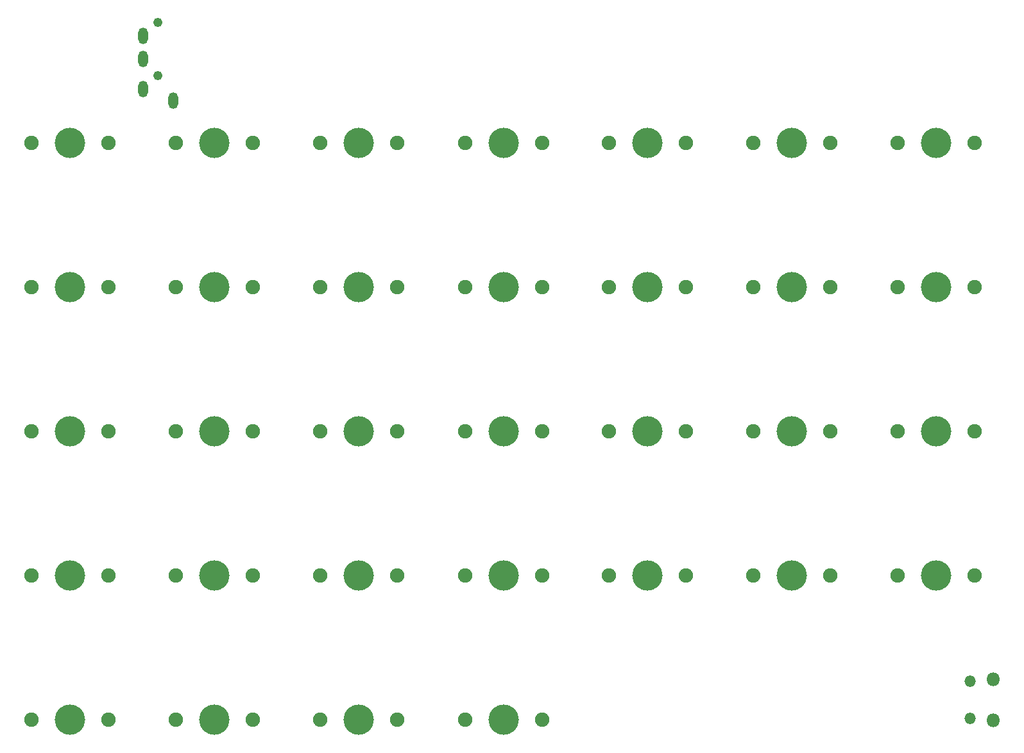
<source format=gbr>
%TF.GenerationSoftware,KiCad,Pcbnew,(7.0.0-0)*%
%TF.CreationDate,2023-03-19T23:49:49+09:00*%
%TF.ProjectId,11111_pcb,31313131-315f-4706-9362-2e6b69636164,rev?*%
%TF.SameCoordinates,Original*%
%TF.FileFunction,Soldermask,Top*%
%TF.FilePolarity,Negative*%
%FSLAX46Y46*%
G04 Gerber Fmt 4.6, Leading zero omitted, Abs format (unit mm)*
G04 Created by KiCad (PCBNEW (7.0.0-0)) date 2023-03-19 23:49:49*
%MOMM*%
%LPD*%
G01*
G04 APERTURE LIST*
%ADD10C,1.900000*%
%ADD11C,4.000000*%
%ADD12C,1.210000*%
%ADD13O,1.300000X2.200000*%
%ADD14O,1.800000X1.800000*%
%ADD15O,1.500000X1.500000*%
G04 APERTURE END LIST*
D10*
%TO.C,SW54*%
X268835987Y-95212000D03*
D11*
X273915987Y-95212000D03*
D10*
X278995987Y-95212000D03*
%TD*%
%TO.C,SW13*%
X287835987Y-38062000D03*
D11*
X292915987Y-38062000D03*
D10*
X297995987Y-38062000D03*
%TD*%
%TO.C,SW8*%
X192635987Y-38062000D03*
D11*
X197715987Y-38062000D03*
D10*
X202795987Y-38062000D03*
%TD*%
%TO.C,SW61*%
X192635987Y-114262000D03*
D11*
X197715987Y-114262000D03*
D10*
X202795987Y-114262000D03*
%TD*%
%TO.C,SW26*%
X268835987Y-57112000D03*
D11*
X273915987Y-57112000D03*
D10*
X278995987Y-57112000D03*
%TD*%
%TO.C,SW22*%
X192635987Y-57112000D03*
D11*
X197715987Y-57112000D03*
D10*
X202795987Y-57112000D03*
%TD*%
%TO.C,SW62*%
X211635987Y-114262000D03*
D11*
X216715987Y-114262000D03*
D10*
X221795987Y-114262000D03*
%TD*%
%TO.C,SW23*%
X211635987Y-57112000D03*
D11*
X216715987Y-57112000D03*
D10*
X221795987Y-57112000D03*
%TD*%
%TO.C,SW12*%
X268835987Y-38062000D03*
D11*
X273915987Y-38062000D03*
D10*
X278995987Y-38062000D03*
%TD*%
%TO.C,SW40*%
X268835987Y-76162000D03*
D11*
X273915987Y-76162000D03*
D10*
X278995987Y-76162000D03*
%TD*%
%TO.C,SW53*%
X249835987Y-95212000D03*
D11*
X254915987Y-95212000D03*
D10*
X259995987Y-95212000D03*
%TD*%
%TO.C,SW28*%
X306935987Y-57112000D03*
D11*
X312015987Y-57112000D03*
D10*
X317095987Y-57112000D03*
%TD*%
%TO.C,SW51*%
X211635987Y-95212000D03*
D11*
X216715987Y-95212000D03*
D10*
X221795987Y-95212000D03*
%TD*%
%TO.C,SW37*%
X211635987Y-76162000D03*
D11*
X216715987Y-76162000D03*
D10*
X221795987Y-76162000D03*
%TD*%
%TO.C,SW56*%
X306935987Y-95212000D03*
D11*
X312015987Y-95212000D03*
D10*
X317095987Y-95212000D03*
%TD*%
%TO.C,SW9*%
X211635987Y-38062000D03*
D11*
X216715987Y-38062000D03*
D10*
X221795987Y-38062000D03*
%TD*%
%TO.C,SW27*%
X287835987Y-57112000D03*
D11*
X292915987Y-57112000D03*
D10*
X297995987Y-57112000D03*
%TD*%
%TO.C,SW14*%
X306935987Y-38062000D03*
D11*
X312015987Y-38062000D03*
D10*
X317095987Y-38062000D03*
%TD*%
%TO.C,SW50*%
X192635987Y-95212000D03*
D11*
X197715987Y-95212000D03*
D10*
X202795987Y-95212000D03*
%TD*%
%TO.C,SW38*%
X230735987Y-76162000D03*
D11*
X235815987Y-76162000D03*
D10*
X240895987Y-76162000D03*
%TD*%
%TO.C,SW11*%
X249835987Y-38062000D03*
D11*
X254915987Y-38062000D03*
D10*
X259995987Y-38062000D03*
%TD*%
%TO.C,SW52*%
X230735987Y-95212000D03*
D11*
X235815987Y-95212000D03*
D10*
X240895987Y-95212000D03*
%TD*%
%TO.C,SW39*%
X249835987Y-76162000D03*
D11*
X254915987Y-76162000D03*
D10*
X259995987Y-76162000D03*
%TD*%
%TO.C,SW55*%
X287835987Y-95212000D03*
D11*
X292915987Y-95212000D03*
D10*
X297995987Y-95212000D03*
%TD*%
%TO.C,SW24*%
X230735987Y-57112000D03*
D11*
X235815987Y-57112000D03*
D10*
X240895987Y-57112000D03*
%TD*%
%TO.C,SW25*%
X249835987Y-57112000D03*
D11*
X254915987Y-57112000D03*
D10*
X259995987Y-57112000D03*
%TD*%
D12*
%TO.C,J2*%
X209320000Y-22120000D03*
X209320000Y-29120000D03*
D13*
X211319999Y-32419999D03*
X207319999Y-23919999D03*
X207319999Y-26919999D03*
X207319999Y-30919999D03*
%TD*%
D10*
%TO.C,SW10*%
X230735987Y-38062000D03*
D11*
X235815987Y-38062000D03*
D10*
X240895987Y-38062000D03*
%TD*%
%TO.C,SW64*%
X249835987Y-114262000D03*
D11*
X254915987Y-114262000D03*
D10*
X259995987Y-114262000D03*
%TD*%
%TO.C,SW41*%
X287835987Y-76162000D03*
D11*
X292915987Y-76162000D03*
D10*
X297995987Y-76162000D03*
%TD*%
%TO.C,SW42*%
X306935987Y-76162000D03*
D11*
X312015987Y-76162000D03*
D10*
X317095987Y-76162000D03*
%TD*%
%TO.C,SW36*%
X192635987Y-76162000D03*
D11*
X197715987Y-76162000D03*
D10*
X202795987Y-76162000D03*
%TD*%
%TO.C,SW63*%
X230735987Y-114262000D03*
D11*
X235815987Y-114262000D03*
D10*
X240895987Y-114262000D03*
%TD*%
D14*
%TO.C,U2*%
X319515986Y-114319999D03*
D15*
X316485986Y-114019999D03*
X316485986Y-109169999D03*
D14*
X319515986Y-108869999D03*
%TD*%
M02*

</source>
